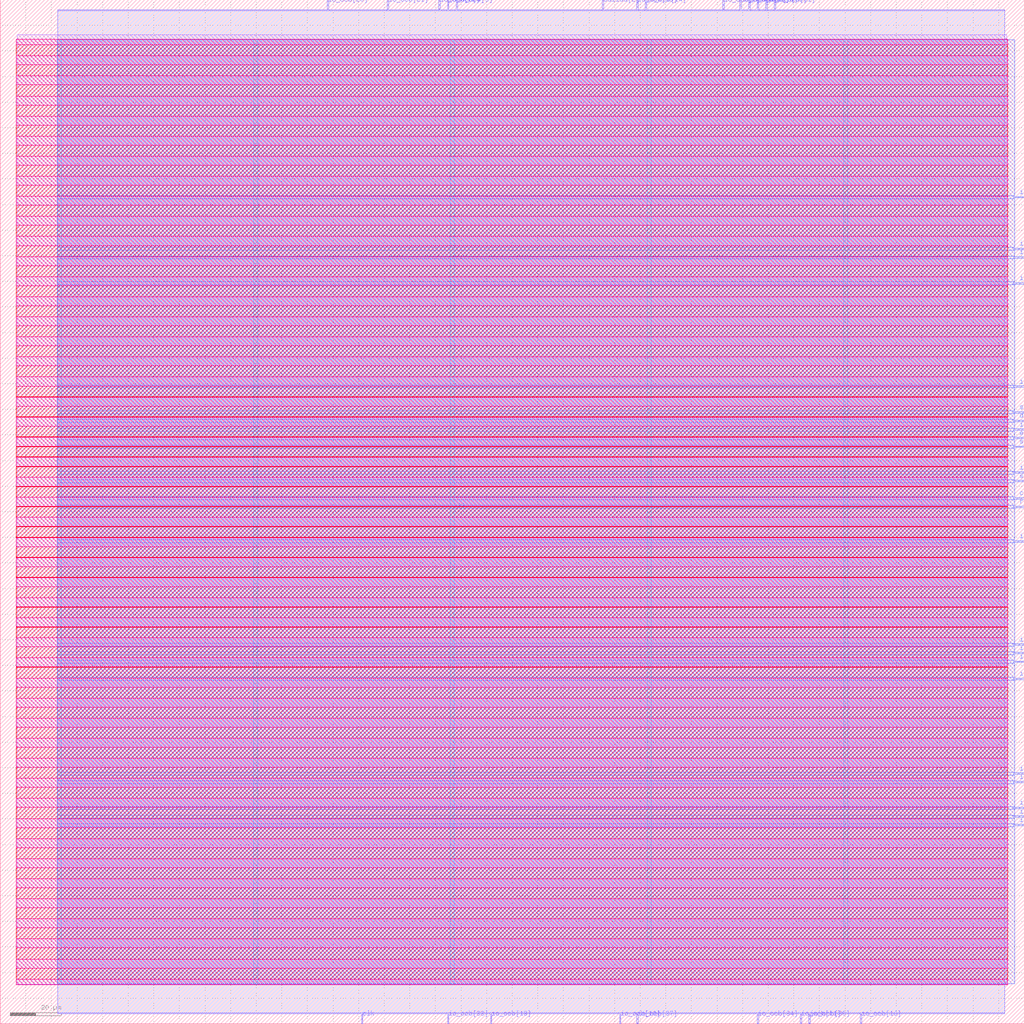
<source format=lef>
VERSION 5.7 ;
  NOWIREEXTENSIONATPIN ON ;
  DIVIDERCHAR "/" ;
  BUSBITCHARS "[]" ;
MACRO control_system
  CLASS BLOCK ;
  FOREIGN control_system ;
  ORIGIN 0.000 0.000 ;
  SIZE 400.000 BY 400.000 ;
  PIN clk
    DIRECTION INPUT ;
    USE SIGNAL ;
    ANTENNAGATEAREA 4.738000 ;
    ANTENNADIFFAREA 0.410400 ;
    PORT
      LAYER Metal2 ;
        RECT 141.120 0.000 141.680 4.000 ;
    END
  END clk
  PIN clk_s
    DIRECTION OUTPUT TRISTATE ;
    USE SIGNAL ;
    ANTENNADIFFAREA 4.731200 ;
    PORT
      LAYER Metal3 ;
        RECT 396.000 204.960 400.000 205.520 ;
    END
  END clk_s
  PIN dir
    DIRECTION INPUT ;
    USE SIGNAL ;
    ANTENNAGATEAREA 0.498500 ;
    ANTENNADIFFAREA 0.410400 ;
    PORT
      LAYER Metal3 ;
        RECT 396.000 235.200 400.000 235.760 ;
    END
  END dir
  PIN enable
    DIRECTION INPUT ;
    USE SIGNAL ;
    ANTENNAGATEAREA 0.726000 ;
    ANTENNADIFFAREA 0.410400 ;
    PORT
      LAYER Metal3 ;
        RECT 396.000 228.480 400.000 229.040 ;
    END
  END enable
  PIN io_oeb[0]
    DIRECTION OUTPUT TRISTATE ;
    USE SIGNAL ;
    ANTENNADIFFAREA 0.536800 ;
    PORT
      LAYER Metal3 ;
        RECT 396.000 134.400 400.000 134.960 ;
    END
  END io_oeb[0]
  PIN io_oeb[10]
    DIRECTION OUTPUT TRISTATE ;
    USE SIGNAL ;
    ANTENNADIFFAREA 0.360800 ;
    PORT
      LAYER Metal2 ;
        RECT 241.920 0.000 242.480 4.000 ;
    END
  END io_oeb[10]
  PIN io_oeb[11]
    DIRECTION OUTPUT TRISTATE ;
    USE SIGNAL ;
    ANTENNADIFFAREA 0.360800 ;
    PORT
      LAYER Metal2 ;
        RECT 312.480 0.000 313.040 4.000 ;
    END
  END io_oeb[11]
  PIN io_oeb[12]
    DIRECTION OUTPUT TRISTATE ;
    USE SIGNAL ;
    ANTENNADIFFAREA 0.360800 ;
    PORT
      LAYER Metal3 ;
        RECT 396.000 248.640 400.000 249.200 ;
    END
  END io_oeb[12]
  PIN io_oeb[13]
    DIRECTION OUTPUT TRISTATE ;
    USE SIGNAL ;
    ANTENNADIFFAREA 0.360800 ;
    PORT
      LAYER Metal2 ;
        RECT 295.680 396.000 296.240 400.000 ;
    END
  END io_oeb[13]
  PIN io_oeb[14]
    DIRECTION OUTPUT TRISTATE ;
    USE SIGNAL ;
    ANTENNADIFFAREA 0.360800 ;
    PORT
      LAYER Metal2 ;
        RECT 252.000 396.000 252.560 400.000 ;
    END
  END io_oeb[14]
  PIN io_oeb[15]
    DIRECTION OUTPUT TRISTATE ;
    USE SIGNAL ;
    ANTENNADIFFAREA 0.360800 ;
    PORT
      LAYER Metal3 ;
        RECT 396.000 144.480 400.000 145.040 ;
    END
  END io_oeb[15]
  PIN io_oeb[16]
    DIRECTION OUTPUT TRISTATE ;
    USE SIGNAL ;
    ANTENNADIFFAREA 0.360800 ;
    PORT
      LAYER Metal2 ;
        RECT 336.000 0.000 336.560 4.000 ;
    END
  END io_oeb[16]
  PIN io_oeb[17]
    DIRECTION OUTPUT TRISTATE ;
    USE SIGNAL ;
    ANTENNADIFFAREA 0.360800 ;
    PORT
      LAYER Metal3 ;
        RECT 396.000 84.000 400.000 84.560 ;
    END
  END io_oeb[17]
  PIN io_oeb[18]
    DIRECTION OUTPUT TRISTATE ;
    USE SIGNAL ;
    ANTENNADIFFAREA 0.360800 ;
    PORT
      LAYER Metal2 ;
        RECT 191.520 0.000 192.080 4.000 ;
    END
  END io_oeb[18]
  PIN io_oeb[19]
    DIRECTION OUTPUT TRISTATE ;
    USE SIGNAL ;
    ANTENNADIFFAREA 0.360800 ;
    PORT
      LAYER Metal3 ;
        RECT 396.000 215.040 400.000 215.600 ;
    END
  END io_oeb[19]
  PIN io_oeb[1]
    DIRECTION OUTPUT TRISTATE ;
    USE SIGNAL ;
    ANTENNADIFFAREA 0.536800 ;
    PORT
      LAYER Metal3 ;
        RECT 396.000 147.840 400.000 148.400 ;
    END
  END io_oeb[1]
  PIN io_oeb[20]
    DIRECTION OUTPUT TRISTATE ;
    USE SIGNAL ;
    ANTENNADIFFAREA 0.360800 ;
    PORT
      LAYER Metal2 ;
        RECT 127.680 396.000 128.240 400.000 ;
    END
  END io_oeb[20]
  PIN io_oeb[21]
    DIRECTION OUTPUT TRISTATE ;
    USE SIGNAL ;
    ANTENNADIFFAREA 0.360800 ;
    PORT
      LAYER Metal2 ;
        RECT 151.200 396.000 151.760 400.000 ;
    END
  END io_oeb[21]
  PIN io_oeb[22]
    DIRECTION OUTPUT TRISTATE ;
    USE SIGNAL ;
    ANTENNADIFFAREA 0.360800 ;
    PORT
      LAYER Metal2 ;
        RECT 171.360 396.000 171.920 400.000 ;
    END
  END io_oeb[22]
  PIN io_oeb[23]
    DIRECTION OUTPUT TRISTATE ;
    USE SIGNAL ;
    ANTENNADIFFAREA 0.360800 ;
    PORT
      LAYER Metal2 ;
        RECT 292.320 396.000 292.880 400.000 ;
    END
  END io_oeb[23]
  PIN io_oeb[24]
    DIRECTION OUTPUT TRISTATE ;
    USE SIGNAL ;
    ANTENNADIFFAREA 0.360800 ;
    PORT
      LAYER Metal3 ;
        RECT 396.000 288.960 400.000 289.520 ;
    END
  END io_oeb[24]
  PIN io_oeb[25]
    DIRECTION OUTPUT TRISTATE ;
    USE SIGNAL ;
    ANTENNADIFFAREA 0.360800 ;
    PORT
      LAYER Metal3 ;
        RECT 396.000 80.640 400.000 81.200 ;
    END
  END io_oeb[25]
  PIN io_oeb[26]
    DIRECTION OUTPUT TRISTATE ;
    USE SIGNAL ;
    ANTENNADIFFAREA 0.360800 ;
    PORT
      LAYER Metal3 ;
        RECT 396.000 97.440 400.000 98.000 ;
    END
  END io_oeb[26]
  PIN io_oeb[27]
    DIRECTION OUTPUT TRISTATE ;
    USE SIGNAL ;
    ANTENNADIFFAREA 0.360800 ;
    PORT
      LAYER Metal3 ;
        RECT 396.000 322.560 400.000 323.120 ;
    END
  END io_oeb[27]
  PIN io_oeb[28]
    DIRECTION OUTPUT TRISTATE ;
    USE SIGNAL ;
    ANTENNADIFFAREA 0.360800 ;
    PORT
      LAYER Metal3 ;
        RECT 396.000 141.120 400.000 141.680 ;
    END
  END io_oeb[28]
  PIN io_oeb[29]
    DIRECTION OUTPUT TRISTATE ;
    USE SIGNAL ;
    ANTENNADIFFAREA 0.360800 ;
    PORT
      LAYER Metal3 ;
        RECT 396.000 231.840 400.000 232.400 ;
    END
  END io_oeb[29]
  PIN io_oeb[2]
    DIRECTION OUTPUT TRISTATE ;
    USE SIGNAL ;
    ANTENNADIFFAREA 0.536800 ;
    PORT
      LAYER Metal2 ;
        RECT 282.240 396.000 282.800 400.000 ;
    END
  END io_oeb[2]
  PIN io_oeb[30]
    DIRECTION OUTPUT TRISTATE ;
    USE SIGNAL ;
    ANTENNADIFFAREA 0.360800 ;
    PORT
      LAYER Metal2 ;
        RECT 315.840 0.000 316.400 4.000 ;
    END
  END io_oeb[30]
  PIN io_oeb[31]
    DIRECTION OUTPUT TRISTATE ;
    USE SIGNAL ;
    ANTENNADIFFAREA 0.360800 ;
    PORT
      LAYER Metal2 ;
        RECT 302.400 396.000 302.960 400.000 ;
    END
  END io_oeb[31]
  PIN io_oeb[32]
    DIRECTION OUTPUT TRISTATE ;
    USE SIGNAL ;
    ANTENNADIFFAREA 0.360800 ;
    PORT
      LAYER Metal3 ;
        RECT 396.000 299.040 400.000 299.600 ;
    END
  END io_oeb[32]
  PIN io_oeb[33]
    DIRECTION OUTPUT TRISTATE ;
    USE SIGNAL ;
    ANTENNADIFFAREA 0.360800 ;
    PORT
      LAYER Metal2 ;
        RECT 174.720 0.000 175.280 4.000 ;
    END
  END io_oeb[33]
  PIN io_oeb[34]
    DIRECTION OUTPUT TRISTATE ;
    USE SIGNAL ;
    ANTENNADIFFAREA 0.360800 ;
    PORT
      LAYER Metal2 ;
        RECT 295.680 0.000 296.240 4.000 ;
    END
  END io_oeb[34]
  PIN io_oeb[35]
    DIRECTION OUTPUT TRISTATE ;
    USE SIGNAL ;
    ANTENNADIFFAREA 0.360800 ;
    PORT
      LAYER Metal2 ;
        RECT 248.640 396.000 249.200 400.000 ;
    END
  END io_oeb[35]
  PIN io_oeb[36]
    DIRECTION OUTPUT TRISTATE ;
    USE SIGNAL ;
    ANTENNADIFFAREA 0.360800 ;
    PORT
      LAYER Metal2 ;
        RECT 299.040 396.000 299.600 400.000 ;
    END
  END io_oeb[36]
  PIN io_oeb[37]
    DIRECTION OUTPUT TRISTATE ;
    USE SIGNAL ;
    ANTENNADIFFAREA 0.360800 ;
    PORT
      LAYER Metal2 ;
        RECT 248.640 0.000 249.200 4.000 ;
    END
  END io_oeb[37]
  PIN io_oeb[3]
    DIRECTION OUTPUT TRISTATE ;
    USE SIGNAL ;
    ANTENNADIFFAREA 0.536800 ;
    PORT
      LAYER Metal2 ;
        RECT 178.080 396.000 178.640 400.000 ;
    END
  END io_oeb[3]
  PIN io_oeb[4]
    DIRECTION OUTPUT TRISTATE ;
    USE SIGNAL ;
    ANTENNADIFFAREA 0.536800 ;
    PORT
      LAYER Metal2 ;
        RECT 174.720 396.000 175.280 400.000 ;
    END
  END io_oeb[4]
  PIN io_oeb[5]
    DIRECTION OUTPUT TRISTATE ;
    USE SIGNAL ;
    ANTENNADIFFAREA 0.536800 ;
    PORT
      LAYER Metal3 ;
        RECT 396.000 302.400 400.000 302.960 ;
    END
  END io_oeb[5]
  PIN io_oeb[6]
    DIRECTION OUTPUT TRISTATE ;
    USE SIGNAL ;
    ANTENNADIFFAREA 0.536800 ;
    PORT
      LAYER Metal3 ;
        RECT 396.000 94.080 400.000 94.640 ;
    END
  END io_oeb[6]
  PIN io_oeb[7]
    DIRECTION OUTPUT TRISTATE ;
    USE SIGNAL ;
    ANTENNADIFFAREA 0.360800 ;
    PORT
      LAYER Metal3 ;
        RECT 396.000 77.280 400.000 77.840 ;
    END
  END io_oeb[7]
  PIN io_oeb[8]
    DIRECTION OUTPUT TRISTATE ;
    USE SIGNAL ;
    ANTENNADIFFAREA 0.360800 ;
    PORT
      LAYER Metal2 ;
        RECT 288.960 396.000 289.520 400.000 ;
    END
  END io_oeb[8]
  PIN io_oeb[9]
    DIRECTION OUTPUT TRISTATE ;
    USE SIGNAL ;
    ANTENNADIFFAREA 0.360800 ;
    PORT
      LAYER Metal3 ;
        RECT 396.000 188.160 400.000 188.720 ;
    END
  END io_oeb[9]
  PIN rst
    DIRECTION INPUT ;
    USE SIGNAL ;
    ANTENNAGATEAREA 0.741000 ;
    ANTENNADIFFAREA 0.410400 ;
    PORT
      LAYER Metal3 ;
        RECT 396.000 201.600 400.000 202.160 ;
    END
  END rst
  PIN salida[0]
    DIRECTION OUTPUT TRISTATE ;
    USE SIGNAL ;
    ANTENNADIFFAREA 4.731200 ;
    PORT
      LAYER Metal3 ;
        RECT 396.000 211.680 400.000 212.240 ;
    END
  END salida[0]
  PIN salida[1]
    DIRECTION OUTPUT TRISTATE ;
    USE SIGNAL ;
    ANTENNADIFFAREA 4.731200 ;
    PORT
      LAYER Metal3 ;
        RECT 396.000 225.120 400.000 225.680 ;
    END
  END salida[1]
  PIN salida[2]
    DIRECTION OUTPUT TRISTATE ;
    USE SIGNAL ;
    ANTENNADIFFAREA 4.731200 ;
    PORT
      LAYER Metal2 ;
        RECT 235.200 396.000 235.760 400.000 ;
    END
  END salida[2]
  PIN salida[3]
    DIRECTION OUTPUT TRISTATE ;
    USE SIGNAL ;
    ANTENNADIFFAREA 4.731200 ;
    PORT
      LAYER Metal3 ;
        RECT 396.000 238.560 400.000 239.120 ;
    END
  END salida[3]
  PIN vdd
    DIRECTION INOUT ;
    USE POWER ;
    PORT
      LAYER Metal4 ;
        RECT 22.240 15.380 23.840 384.460 ;
    END
    PORT
      LAYER Metal4 ;
        RECT 175.840 15.380 177.440 384.460 ;
    END
    PORT
      LAYER Metal4 ;
        RECT 329.440 15.380 331.040 384.460 ;
    END
  END vdd
  PIN vss
    DIRECTION INOUT ;
    USE GROUND ;
    PORT
      LAYER Metal4 ;
        RECT 99.040 15.380 100.640 384.460 ;
    END
    PORT
      LAYER Metal4 ;
        RECT 252.640 15.380 254.240 384.460 ;
    END
  END vss
  OBS
      LAYER Pwell ;
        RECT 6.290 382.400 393.550 384.590 ;
      LAYER Nwell ;
        RECT 6.290 378.080 393.550 382.400 ;
      LAYER Pwell ;
        RECT 6.290 374.560 393.550 378.080 ;
      LAYER Nwell ;
        RECT 6.290 370.240 393.550 374.560 ;
      LAYER Pwell ;
        RECT 6.290 366.720 393.550 370.240 ;
      LAYER Nwell ;
        RECT 6.290 362.400 393.550 366.720 ;
      LAYER Pwell ;
        RECT 6.290 358.880 393.550 362.400 ;
      LAYER Nwell ;
        RECT 6.290 354.560 393.550 358.880 ;
      LAYER Pwell ;
        RECT 6.290 351.040 393.550 354.560 ;
      LAYER Nwell ;
        RECT 6.290 346.720 393.550 351.040 ;
      LAYER Pwell ;
        RECT 6.290 343.200 393.550 346.720 ;
      LAYER Nwell ;
        RECT 6.290 338.880 393.550 343.200 ;
      LAYER Pwell ;
        RECT 6.290 335.360 393.550 338.880 ;
      LAYER Nwell ;
        RECT 6.290 331.040 393.550 335.360 ;
      LAYER Pwell ;
        RECT 6.290 327.520 393.550 331.040 ;
      LAYER Nwell ;
        RECT 6.290 323.200 393.550 327.520 ;
      LAYER Pwell ;
        RECT 6.290 319.680 393.550 323.200 ;
      LAYER Nwell ;
        RECT 6.290 315.360 393.550 319.680 ;
      LAYER Pwell ;
        RECT 6.290 311.840 393.550 315.360 ;
      LAYER Nwell ;
        RECT 6.290 307.520 393.550 311.840 ;
      LAYER Pwell ;
        RECT 6.290 304.000 393.550 307.520 ;
      LAYER Nwell ;
        RECT 6.290 299.680 393.550 304.000 ;
      LAYER Pwell ;
        RECT 6.290 296.160 393.550 299.680 ;
      LAYER Nwell ;
        RECT 6.290 291.840 393.550 296.160 ;
      LAYER Pwell ;
        RECT 6.290 288.320 393.550 291.840 ;
      LAYER Nwell ;
        RECT 6.290 284.000 393.550 288.320 ;
      LAYER Pwell ;
        RECT 6.290 280.480 393.550 284.000 ;
      LAYER Nwell ;
        RECT 6.290 276.160 393.550 280.480 ;
      LAYER Pwell ;
        RECT 6.290 272.640 393.550 276.160 ;
      LAYER Nwell ;
        RECT 6.290 268.320 393.550 272.640 ;
      LAYER Pwell ;
        RECT 6.290 264.800 393.550 268.320 ;
      LAYER Nwell ;
        RECT 6.290 260.480 393.550 264.800 ;
      LAYER Pwell ;
        RECT 6.290 256.960 393.550 260.480 ;
      LAYER Nwell ;
        RECT 6.290 252.640 393.550 256.960 ;
      LAYER Pwell ;
        RECT 6.290 249.120 393.550 252.640 ;
      LAYER Nwell ;
        RECT 6.290 244.925 393.550 249.120 ;
        RECT 6.290 244.800 228.305 244.925 ;
      LAYER Pwell ;
        RECT 6.290 241.280 393.550 244.800 ;
      LAYER Nwell ;
        RECT 6.290 241.155 257.985 241.280 ;
        RECT 6.290 237.085 393.550 241.155 ;
        RECT 6.290 236.960 168.945 237.085 ;
      LAYER Pwell ;
        RECT 6.290 233.440 393.550 236.960 ;
      LAYER Nwell ;
        RECT 6.290 233.315 145.985 233.440 ;
        RECT 6.290 229.245 393.550 233.315 ;
        RECT 6.290 229.120 149.905 229.245 ;
      LAYER Pwell ;
        RECT 6.290 225.600 393.550 229.120 ;
      LAYER Nwell ;
        RECT 6.290 225.475 151.630 225.600 ;
        RECT 6.290 221.405 393.550 225.475 ;
        RECT 6.290 221.280 210.945 221.405 ;
      LAYER Pwell ;
        RECT 6.290 217.760 393.550 221.280 ;
      LAYER Nwell ;
        RECT 6.290 217.635 190.880 217.760 ;
        RECT 6.290 213.565 393.550 217.635 ;
        RECT 6.290 213.440 149.905 213.565 ;
      LAYER Pwell ;
        RECT 6.290 209.920 393.550 213.440 ;
      LAYER Nwell ;
        RECT 6.290 209.795 143.745 209.920 ;
        RECT 6.290 205.725 393.550 209.795 ;
        RECT 6.290 205.600 205.000 205.725 ;
      LAYER Pwell ;
        RECT 6.290 202.080 393.550 205.600 ;
      LAYER Nwell ;
        RECT 6.290 201.955 184.280 202.080 ;
        RECT 6.290 197.885 393.550 201.955 ;
        RECT 6.290 197.760 206.120 197.885 ;
      LAYER Pwell ;
        RECT 6.290 194.240 393.550 197.760 ;
      LAYER Nwell ;
        RECT 6.290 194.115 152.145 194.240 ;
        RECT 6.290 190.045 393.550 194.115 ;
        RECT 6.290 189.920 154.430 190.045 ;
      LAYER Pwell ;
        RECT 6.290 186.400 393.550 189.920 ;
      LAYER Nwell ;
        RECT 6.290 186.275 148.785 186.400 ;
        RECT 6.290 182.205 393.550 186.275 ;
        RECT 6.290 182.080 171.745 182.205 ;
      LAYER Pwell ;
        RECT 6.290 178.560 393.550 182.080 ;
      LAYER Nwell ;
        RECT 6.290 178.435 216.545 178.560 ;
        RECT 6.290 174.365 393.550 178.435 ;
        RECT 6.290 174.240 149.905 174.365 ;
      LAYER Pwell ;
        RECT 6.290 170.720 393.550 174.240 ;
      LAYER Nwell ;
        RECT 6.290 166.400 393.550 170.720 ;
      LAYER Pwell ;
        RECT 6.290 162.880 393.550 166.400 ;
      LAYER Nwell ;
        RECT 6.290 162.755 151.630 162.880 ;
        RECT 6.290 158.685 393.550 162.755 ;
        RECT 6.290 158.560 166.920 158.685 ;
      LAYER Pwell ;
        RECT 6.290 155.040 393.550 158.560 ;
      LAYER Nwell ;
        RECT 6.290 154.915 144.305 155.040 ;
        RECT 6.290 150.720 393.550 154.915 ;
      LAYER Pwell ;
        RECT 6.290 147.200 393.550 150.720 ;
      LAYER Nwell ;
        RECT 6.290 143.005 393.550 147.200 ;
        RECT 6.290 142.880 151.025 143.005 ;
      LAYER Pwell ;
        RECT 6.290 139.360 393.550 142.880 ;
      LAYER Nwell ;
        RECT 6.290 139.235 157.790 139.360 ;
        RECT 6.290 135.040 393.550 139.235 ;
      LAYER Pwell ;
        RECT 6.290 131.520 393.550 135.040 ;
      LAYER Nwell ;
        RECT 6.290 127.200 393.550 131.520 ;
      LAYER Pwell ;
        RECT 6.290 123.680 393.550 127.200 ;
      LAYER Nwell ;
        RECT 6.290 119.360 393.550 123.680 ;
      LAYER Pwell ;
        RECT 6.290 115.840 393.550 119.360 ;
      LAYER Nwell ;
        RECT 6.290 111.520 393.550 115.840 ;
      LAYER Pwell ;
        RECT 6.290 108.000 393.550 111.520 ;
      LAYER Nwell ;
        RECT 6.290 103.680 393.550 108.000 ;
      LAYER Pwell ;
        RECT 6.290 100.160 393.550 103.680 ;
      LAYER Nwell ;
        RECT 6.290 95.840 393.550 100.160 ;
      LAYER Pwell ;
        RECT 6.290 92.320 393.550 95.840 ;
      LAYER Nwell ;
        RECT 6.290 88.000 393.550 92.320 ;
      LAYER Pwell ;
        RECT 6.290 84.480 393.550 88.000 ;
      LAYER Nwell ;
        RECT 6.290 80.160 393.550 84.480 ;
      LAYER Pwell ;
        RECT 6.290 76.640 393.550 80.160 ;
      LAYER Nwell ;
        RECT 6.290 72.320 393.550 76.640 ;
      LAYER Pwell ;
        RECT 6.290 68.800 393.550 72.320 ;
      LAYER Nwell ;
        RECT 6.290 64.480 393.550 68.800 ;
      LAYER Pwell ;
        RECT 6.290 60.960 393.550 64.480 ;
      LAYER Nwell ;
        RECT 6.290 56.640 393.550 60.960 ;
      LAYER Pwell ;
        RECT 6.290 53.120 393.550 56.640 ;
      LAYER Nwell ;
        RECT 6.290 48.800 393.550 53.120 ;
      LAYER Pwell ;
        RECT 6.290 45.280 393.550 48.800 ;
      LAYER Nwell ;
        RECT 6.290 40.960 393.550 45.280 ;
      LAYER Pwell ;
        RECT 6.290 37.440 393.550 40.960 ;
      LAYER Nwell ;
        RECT 6.290 33.120 393.550 37.440 ;
      LAYER Pwell ;
        RECT 6.290 29.600 393.550 33.120 ;
      LAYER Nwell ;
        RECT 6.290 25.280 393.550 29.600 ;
      LAYER Pwell ;
        RECT 6.290 21.760 393.550 25.280 ;
      LAYER Nwell ;
        RECT 6.290 17.440 393.550 21.760 ;
      LAYER Pwell ;
        RECT 6.290 15.250 393.550 17.440 ;
      LAYER Metal1 ;
        RECT 6.720 15.380 393.120 386.250 ;
      LAYER Metal2 ;
        RECT 22.380 395.700 127.380 396.000 ;
        RECT 128.540 395.700 150.900 396.000 ;
        RECT 152.060 395.700 171.060 396.000 ;
        RECT 172.220 395.700 174.420 396.000 ;
        RECT 175.580 395.700 177.780 396.000 ;
        RECT 178.940 395.700 234.900 396.000 ;
        RECT 236.060 395.700 248.340 396.000 ;
        RECT 249.500 395.700 251.700 396.000 ;
        RECT 252.860 395.700 281.940 396.000 ;
        RECT 283.100 395.700 288.660 396.000 ;
        RECT 289.820 395.700 292.020 396.000 ;
        RECT 293.180 395.700 295.380 396.000 ;
        RECT 296.540 395.700 298.740 396.000 ;
        RECT 299.900 395.700 302.100 396.000 ;
        RECT 303.260 395.700 392.420 396.000 ;
        RECT 22.380 4.300 392.420 395.700 ;
        RECT 22.380 4.000 140.820 4.300 ;
        RECT 141.980 4.000 174.420 4.300 ;
        RECT 175.580 4.000 191.220 4.300 ;
        RECT 192.380 4.000 241.620 4.300 ;
        RECT 242.780 4.000 248.340 4.300 ;
        RECT 249.500 4.000 295.380 4.300 ;
        RECT 296.540 4.000 312.180 4.300 ;
        RECT 313.340 4.000 315.540 4.300 ;
        RECT 316.700 4.000 335.700 4.300 ;
        RECT 336.860 4.000 392.420 4.300 ;
      LAYER Metal3 ;
        RECT 22.330 323.420 396.340 384.300 ;
        RECT 22.330 322.260 395.700 323.420 ;
        RECT 22.330 303.260 396.340 322.260 ;
        RECT 22.330 302.100 395.700 303.260 ;
        RECT 22.330 299.900 396.340 302.100 ;
        RECT 22.330 298.740 395.700 299.900 ;
        RECT 22.330 289.820 396.340 298.740 ;
        RECT 22.330 288.660 395.700 289.820 ;
        RECT 22.330 249.500 396.340 288.660 ;
        RECT 22.330 248.340 395.700 249.500 ;
        RECT 22.330 239.420 396.340 248.340 ;
        RECT 22.330 238.260 395.700 239.420 ;
        RECT 22.330 236.060 396.340 238.260 ;
        RECT 22.330 234.900 395.700 236.060 ;
        RECT 22.330 232.700 396.340 234.900 ;
        RECT 22.330 231.540 395.700 232.700 ;
        RECT 22.330 229.340 396.340 231.540 ;
        RECT 22.330 228.180 395.700 229.340 ;
        RECT 22.330 225.980 396.340 228.180 ;
        RECT 22.330 224.820 395.700 225.980 ;
        RECT 22.330 215.900 396.340 224.820 ;
        RECT 22.330 214.740 395.700 215.900 ;
        RECT 22.330 212.540 396.340 214.740 ;
        RECT 22.330 211.380 395.700 212.540 ;
        RECT 22.330 205.820 396.340 211.380 ;
        RECT 22.330 204.660 395.700 205.820 ;
        RECT 22.330 202.460 396.340 204.660 ;
        RECT 22.330 201.300 395.700 202.460 ;
        RECT 22.330 189.020 396.340 201.300 ;
        RECT 22.330 187.860 395.700 189.020 ;
        RECT 22.330 148.700 396.340 187.860 ;
        RECT 22.330 147.540 395.700 148.700 ;
        RECT 22.330 145.340 396.340 147.540 ;
        RECT 22.330 144.180 395.700 145.340 ;
        RECT 22.330 141.980 396.340 144.180 ;
        RECT 22.330 140.820 395.700 141.980 ;
        RECT 22.330 135.260 396.340 140.820 ;
        RECT 22.330 134.100 395.700 135.260 ;
        RECT 22.330 98.300 396.340 134.100 ;
        RECT 22.330 97.140 395.700 98.300 ;
        RECT 22.330 94.940 396.340 97.140 ;
        RECT 22.330 93.780 395.700 94.940 ;
        RECT 22.330 84.860 396.340 93.780 ;
        RECT 22.330 83.700 395.700 84.860 ;
        RECT 22.330 81.500 396.340 83.700 ;
        RECT 22.330 80.340 395.700 81.500 ;
        RECT 22.330 78.140 396.340 80.340 ;
        RECT 22.330 76.980 395.700 78.140 ;
        RECT 22.330 15.540 396.340 76.980 ;
  END
END control_system
END LIBRARY


</source>
